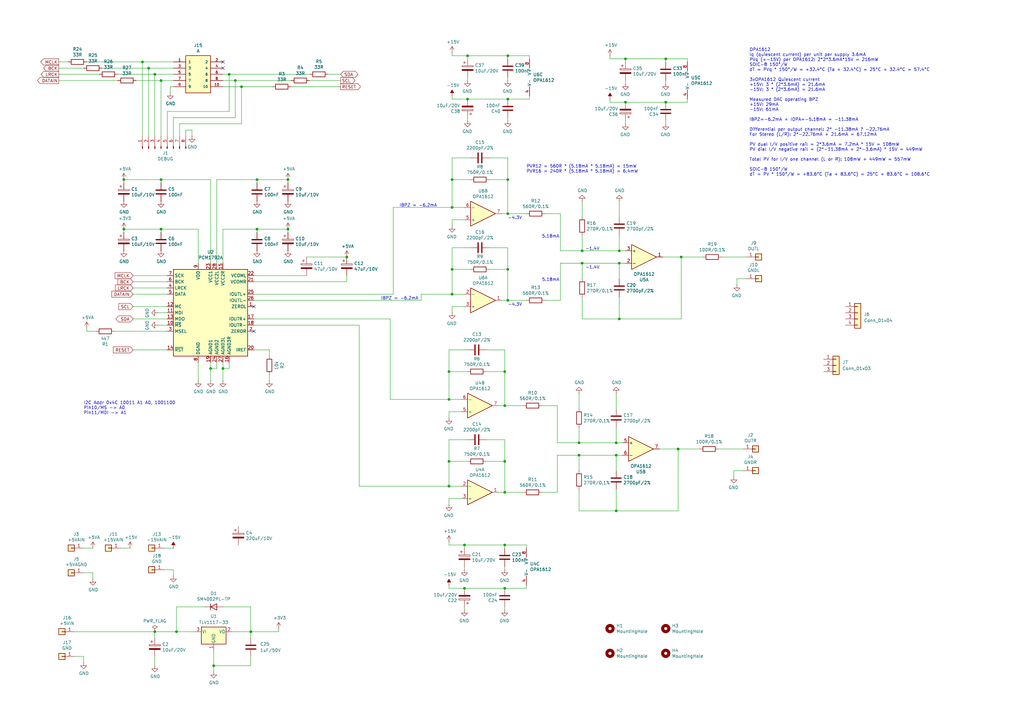
<source format=kicad_sch>
(kicad_sch (version 20231120) (generator "eeschema") (generator_version "8.0")
  (paper "A3")
  (title_block (title "DAC PCM1792A") (date "2024-03-25") (rev "V3"))
  (junction (at 93.98 30.48))
  (junction (at 86.36 151.13))
  (junction (at 252.73 181.61))
  (junction (at 185.42 73.66))
  (junction (at 99.06 35.56))
  (junction (at 273.05 24.13))
  (junction (at 256.54 41.91))
  (junction (at 185.42 110.49))
  (junction (at 208.28 123.19))
  (junction (at 91.44 151.13))
  (junction (at 208.28 40.64))
  (junction (at 190.5 223.52))
  (junction (at 273.05 41.91))
  (junction (at 208.28 87.63))
  (junction (at 278.13 184.15))
  (junction (at 191.77 40.64))
  (junction (at 252.73 186.69))
  (junction (at 60.96 27.94))
  (junction (at 191.77 22.86))
  (junction (at 102.87 259.08))
  (junction (at 66.04 33.02))
  (junction (at 208.28 73.66))
  (junction (at 184.15 189.23))
  (junction (at 184.15 152.4))
  (junction (at 254 107.95))
  (junction (at 207.01 201.93))
  (junction (at 190.5 241.3))
  (junction (at 254 130.81))
  (junction (at 50.8 93.98))
  (junction (at 105.41 93.98))
  (junction (at 96.52 33.02))
  (junction (at 185.42 85.09))
  (junction (at 252.73 209.55))
  (junction (at 118.11 93.98))
  (junction (at 254 102.87))
  (junction (at 184.15 163.83))
  (junction (at 87.63 273.05))
  (junction (at 237.49 186.69))
  (junction (at 118.11 73.66))
  (junction (at 237.49 181.61))
  (junction (at 207.01 189.23))
  (junction (at 63.5 30.48))
  (junction (at 184.15 199.39))
  (junction (at 63.5 259.08))
  (junction (at 207.01 241.3))
  (junction (at 72.39 259.08))
  (junction (at 238.76 107.95))
  (junction (at 66.04 73.66))
  (junction (at 142.24 105.41))
  (junction (at 256.54 24.13))
  (junction (at 58.42 25.4))
  (junction (at 207.01 223.52))
  (junction (at 208.28 110.49))
  (junction (at 238.76 102.87))
  (junction (at 279.4 105.41))
  (junction (at 185.42 120.65))
  (junction (at 50.8 73.66))
  (junction (at 208.28 22.86))
  (junction (at 105.41 73.66))
  (junction (at 207.01 166.37))
  (junction (at 66.04 93.98))
  (junction (at 207.01 152.4))
  (no_connect (at 104.14 135.89))
  (no_connect (at 91.44 25.4))
  (no_connect (at 104.14 125.73))
  (no_connect (at 91.44 27.94))
  (wire (pts (xy 91.44 156.21) (xy 91.44 151.13)))
  (wire (pts (xy 38.1 237.49) (xy 38.1 234.95)))
  (wire (pts (xy 184.15 152.4) (xy 191.77 152.4)))
  (wire (pts (xy 184.15 180.34) (xy 184.15 189.23)))
  (wire (pts (xy 71.12 236.22) (xy 71.12 233.68)))
  (wire (pts (xy 105.41 93.98) (xy 118.11 93.98)))
  (wire (pts (xy 93.98 45.72) (xy 93.98 30.48)))
  (wire (pts (xy 254 102.87) (xy 238.76 102.87)))
  (wire (pts (xy 252.73 209.55) (xy 252.73 200.66)))
  (wire (pts (xy 217.17 39.37) (xy 217.17 40.64)))
  (wire (pts (xy 217.17 40.64) (xy 208.28 40.64)))
  (wire (pts (xy 278.13 209.55) (xy 252.73 209.55)))
  (wire (pts (xy 91.44 33.02) (xy 96.52 33.02)))
  (wire (pts (xy 81.28 93.98) (xy 66.04 93.98)))
  (wire (pts (xy 208.28 101.6) (xy 200.66 101.6)))
  (wire (pts (xy 64.77 133.35) (xy 68.58 133.35)))
  (wire (pts (xy 281.94 41.91) (xy 273.05 41.91)))
  (wire (pts (xy 110.49 146.05) (xy 110.49 143.51)))
  (wire (pts (xy 184.15 199.39) (xy 189.23 199.39)))
  (wire (pts (xy 254 130.81) (xy 254 121.92)))
  (wire (pts (xy 35.56 135.89) (xy 35.56 134.62)))
  (wire (pts (xy 208.28 22.86) (xy 208.28 24.13)))
  (wire (pts (xy 78.74 55.88) (xy 78.74 53.34)))
  (wire (pts (xy 223.52 123.19) (xy 229.87 123.19)))
  (wire (pts (xy 63.5 261.62) (xy 63.5 259.08)))
  (wire (pts (xy 279.4 105.41) (xy 279.4 130.81)))
  (wire (pts (xy 71.12 35.56) (xy 69.85 35.56)))
  (wire (pts (xy 215.9 224.79) (xy 215.9 223.52)))
  (wire (pts (xy 184.15 163.83) (xy 184.15 152.4)))
  (wire (pts (xy 66.04 93.98) (xy 50.8 93.98)))
  (wire (pts (xy 214.63 166.37) (xy 207.01 166.37)))
  (wire (pts (xy 207.01 201.93) (xy 204.47 201.93)))
  (wire (pts (xy 139.7 35.56) (xy 119.38 35.56)))
  (wire (pts (xy 105.41 73.66) (xy 105.41 74.93)))
  (wire (pts (xy 54.61 143.51) (xy 68.58 143.51)))
  (wire (pts (xy 222.25 166.37) (xy 228.6 166.37)))
  (wire (pts (xy 102.87 259.08) (xy 114.3 259.08)))
  (wire (pts (xy 147.32 199.39) (xy 147.32 133.35)))
  (wire (pts (xy 184.15 204.47) (xy 184.15 207.01)))
  (wire (pts (xy 105.41 93.98) (xy 105.41 95.25)))
  (wire (pts (xy 256.54 24.13) (xy 250.19 24.13)))
  (wire (pts (xy 83.82 248.92) (xy 72.39 248.92)))
  (wire (pts (xy 104.14 115.57) (xy 142.24 115.57)))
  (wire (pts (xy 54.61 118.11) (xy 68.58 118.11)))
  (wire (pts (xy 254 96.52) (xy 254 102.87)))
  (wire (pts (xy 302.26 116.84) (xy 302.26 114.3)))
  (wire (pts (xy 60.96 27.94) (xy 71.12 27.94)))
  (wire (pts (xy 104.14 123.19) (xy 172.72 123.19)))
  (wire (pts (xy 252.73 175.26) (xy 252.73 181.61)))
  (wire (pts (xy 110.49 143.51) (xy 104.14 143.51)))
  (wire (pts (xy 214.63 201.93) (xy 207.01 201.93)))
  (wire (pts (xy 66.04 33.02) (xy 71.12 33.02)))
  (wire (pts (xy 229.87 87.63) (xy 229.87 102.87)))
  (wire (pts (xy 88.9 73.66) (xy 105.41 73.66)))
  (wire (pts (xy 185.42 110.49) (xy 185.42 120.65)))
  (wire (pts (xy 71.12 48.26) (xy 96.52 48.26)))
  (wire (pts (xy 207.01 250.19) (xy 207.01 248.92)))
  (wire (pts (xy 208.28 22.86) (xy 191.77 22.86)))
  (wire (pts (xy 55.88 33.02) (xy 66.04 33.02)))
  (wire (pts (xy 256.54 24.13) (xy 256.54 25.4)))
  (wire (pts (xy 185.42 120.65) (xy 190.5 120.65)))
  (wire (pts (xy 72.39 259.08) (xy 80.01 259.08)))
  (wire (pts (xy 72.39 248.92) (xy 72.39 259.08)))
  (wire (pts (xy 24.13 33.02) (xy 48.26 33.02)))
  (wire (pts (xy 41.91 27.94) (xy 60.96 27.94)))
  (wire (pts (xy 38.1 224.79) (xy 34.29 224.79)))
  (wire (pts (xy 60.96 55.88) (xy 60.96 27.94)))
  (wire (pts (xy 35.56 25.4) (xy 58.42 25.4)))
  (wire (pts (xy 207.01 189.23) (xy 207.01 180.34)))
  (wire (pts (xy 184.15 223.52) (xy 184.15 222.25)))
  (wire (pts (xy 190.5 90.17) (xy 185.42 90.17)))
  (wire (pts (xy 184.15 143.51) (xy 184.15 152.4)))
  (wire (pts (xy 184.15 168.91) (xy 184.15 171.45)))
  (wire (pts (xy 73.66 55.88) (xy 73.66 50.8)))
  (wire (pts (xy 190.5 233.68) (xy 190.5 232.41)))
  (wire (pts (xy 102.87 259.08) (xy 102.87 248.92)))
  (wire (pts (xy 273.05 24.13) (xy 273.05 25.4)))
  (wire (pts (xy 207.01 143.51) (xy 199.39 143.51)))
  (wire (pts (xy 207.01 189.23) (xy 207.01 201.93)))
  (wire (pts (xy 229.87 123.19) (xy 229.87 107.95)))
  (wire (pts (xy 191.77 189.23) (xy 184.15 189.23)))
  (wire (pts (xy 191.77 143.51) (xy 184.15 143.51)))
  (wire (pts (xy 228.6 166.37) (xy 228.6 181.61)))
  (wire (pts (xy 110.49 156.21) (xy 110.49 153.67)))
  (wire (pts (xy 76.2 53.34) (xy 76.2 55.88)))
  (wire (pts (xy 281.94 25.4) (xy 281.94 24.13)))
  (wire (pts (xy 86.36 156.21) (xy 86.36 151.13)))
  (wire (pts (xy 189.23 168.91) (xy 184.15 168.91)))
  (wire (pts (xy 87.63 266.7) (xy 87.63 273.05)))
  (wire (pts (xy 215.9 240.03) (xy 215.9 241.3)))
  (wire (pts (xy 27.94 25.4) (xy 24.13 25.4)))
  (wire (pts (xy 193.04 110.49) (xy 185.42 110.49)))
  (wire (pts (xy 24.13 30.48) (xy 40.64 30.48)))
  (wire (pts (xy 185.42 125.73) (xy 185.42 128.27)))
  (wire (pts (xy 229.87 107.95) (xy 238.76 107.95)))
  (wire (pts (xy 118.11 73.66) (xy 118.11 74.93)))
  (wire (pts (xy 273.05 50.8) (xy 273.05 49.53)))
  (wire (pts (xy 125.73 105.41) (xy 142.24 105.41)))
  (wire (pts (xy 237.49 186.69) (xy 237.49 193.04)))
  (wire (pts (xy 208.28 40.64) (xy 191.77 40.64)))
  (wire (pts (xy 193.04 64.77) (xy 185.42 64.77)))
  (wire (pts (xy 160.02 163.83) (xy 184.15 163.83)))
  (wire (pts (xy 237.49 209.55) (xy 252.73 209.55)))
  (wire (pts (xy 190.5 223.52) (xy 190.5 224.79)))
  (wire (pts (xy 191.77 49.53) (xy 191.77 48.26)))
  (wire (pts (xy 238.76 102.87) (xy 238.76 96.52)))
  (wire (pts (xy 118.11 93.98) (xy 118.11 95.25)))
  (wire (pts (xy 63.5 55.88) (xy 63.5 30.48)))
  (wire (pts (xy 190.5 85.09) (xy 185.42 85.09)))
  (wire (pts (xy 88.9 151.13) (xy 88.9 148.59)))
  (wire (pts (xy 142.24 115.57) (xy 142.24 113.03)))
  (wire (pts (xy 91.44 35.56) (xy 99.06 35.56)))
  (wire (pts (xy 252.73 167.64) (xy 252.73 161.29)))
  (wire (pts (xy 252.73 181.61) (xy 237.49 181.61)))
  (wire (pts (xy 208.28 64.77) (xy 200.66 64.77)))
  (wire (pts (xy 147.32 133.35) (xy 104.14 133.35)))
  (wire (pts (xy 254 88.9) (xy 254 82.55)))
  (wire (pts (xy 200.66 110.49) (xy 208.28 110.49)))
  (wire (pts (xy 81.28 107.95) (xy 81.28 93.98)))
  (wire (pts (xy 172.72 123.19) (xy 172.72 120.65)))
  (wire (pts (xy 190.5 125.73) (xy 185.42 125.73)))
  (wire (pts (xy 254 107.95) (xy 256.54 107.95)))
  (wire (pts (xy 217.17 24.13) (xy 217.17 22.86)))
  (wire (pts (xy 273.05 24.13) (xy 256.54 24.13)))
  (wire (pts (xy 270.51 184.15) (xy 278.13 184.15)))
  (wire (pts (xy 207.01 233.68) (xy 207.01 232.41)))
  (wire (pts (xy 34.29 271.78) (xy 34.29 269.24)))
  (wire (pts (xy 189.23 204.47) (xy 184.15 204.47)))
  (wire (pts (xy 191.77 33.02) (xy 191.77 31.75)))
  (wire (pts (xy 207.01 166.37) (xy 204.47 166.37)))
  (wire (pts (xy 193.04 101.6) (xy 185.42 101.6)))
  (wire (pts (xy 46.99 135.89) (xy 68.58 135.89)))
  (wire (pts (xy 102.87 248.92) (xy 91.44 248.92)))
  (wire (pts (xy 208.28 73.66) (xy 208.28 64.77)))
  (wire (pts (xy 207.01 241.3) (xy 190.5 241.3)))
  (wire (pts (xy 191.77 22.86) (xy 191.77 24.13)))
  (wire (pts (xy 228.6 201.93) (xy 228.6 186.69)))
  (wire (pts (xy 279.4 105.41) (xy 288.29 105.41)))
  (wire (pts (xy 238.76 121.92) (xy 238.76 130.81)))
  (wire (pts (xy 199.39 189.23) (xy 207.01 189.23)))
  (wire (pts (xy 199.39 152.4) (xy 207.01 152.4)))
  (wire (pts (xy 114.3 259.08) (xy 114.3 257.81)))
  (wire (pts (xy 191.77 22.86) (xy 185.42 22.86)))
  (wire (pts (xy 254 114.3) (xy 254 107.95)))
  (wire (pts (xy 238.76 88.9) (xy 238.76 82.55)))
  (wire (pts (xy 185.42 85.09) (xy 185.42 73.66)))
  (wire (pts (xy 208.28 110.49) (xy 208.28 101.6)))
  (wire (pts (xy 215.9 223.52) (xy 207.01 223.52)))
  (wire (pts (xy 190.5 223.52) (xy 184.15 223.52)))
  (wire (pts (xy 87.63 275.59) (xy 87.63 273.05)))
  (wire (pts (xy 238.76 107.95) (xy 254 107.95)))
  (wire (pts (xy 185.42 73.66) (xy 193.04 73.66)))
  (wire (pts (xy 68.58 45.72) (xy 68.58 55.88)))
  (wire (pts (xy 278.13 184.15) (xy 287.02 184.15)))
  (wire (pts (xy 281.94 40.64) (xy 281.94 41.91)))
  (wire (pts (xy 139.7 33.02) (xy 127 33.02)))
  (wire (pts (xy 295.91 105.41) (xy 306.07 105.41)))
  (wire (pts (xy 99.06 50.8) (xy 99.06 35.56)))
  (wire (pts (xy 87.63 273.05) (xy 102.87 273.05)))
  (wire (pts (xy 54.61 113.03) (xy 68.58 113.03)))
  (wire (pts (xy 96.52 33.02) (xy 119.38 33.02)))
  (wire (pts (xy 207.01 223.52) (xy 207.01 224.79)))
  (wire (pts (xy 93.98 151.13) (xy 93.98 148.59)))
  (wire (pts (xy 66.04 73.66) (xy 86.36 73.66)))
  (wire (pts (xy 50.8 93.98) (xy 50.8 95.25)))
  (wire (pts (xy 102.87 273.05) (xy 102.87 269.24)))
  (wire (pts (xy 54.61 125.73) (xy 68.58 125.73)))
  (wire (pts (xy 161.29 85.09) (xy 185.42 85.09)))
  (wire (pts (xy 200.66 73.66) (xy 208.28 73.66)))
  (wire (pts (xy 96.52 48.26) (xy 96.52 33.02)))
  (wire (pts (xy 184.15 241.3) (xy 184.15 240.03)))
  (wire (pts (xy 237.49 181.61) (xy 237.49 175.26)))
  (wire (pts (xy 208.28 123.19) (xy 205.74 123.19)))
  (wire (pts (xy 86.36 151.13) (xy 88.9 151.13)))
  (wire (pts (xy 91.44 107.95) (xy 91.44 93.98)))
  (wire (pts (xy 256.54 34.29) (xy 256.54 33.02)))
  (wire (pts (xy 69.85 35.56) (xy 69.85 38.1)))
  (wire (pts (xy 185.42 40.64) (xy 185.42 39.37)))
  (wire (pts (xy 273.05 34.29) (xy 273.05 33.02)))
  (wire (pts (xy 86.36 107.95) (xy 86.36 73.66)))
  (wire (pts (xy 54.61 115.57) (xy 68.58 115.57)))
  (wire (pts (xy 91.44 93.98) (xy 105.41 93.98)))
  (wire (pts (xy 191.77 180.34) (xy 184.15 180.34)))
  (wire (pts (xy 215.9 87.63) (xy 208.28 87.63)))
  (wire (pts (xy 95.25 259.08) (xy 102.87 259.08)))
  (wire (pts (xy 64.77 128.27) (xy 68.58 128.27)))
  (wire (pts (xy 58.42 55.88) (xy 58.42 25.4)))
  (wire (pts (xy 190.5 250.19) (xy 190.5 248.92)))
  (wire (pts (xy 48.26 30.48) (xy 63.5 30.48)))
  (wire (pts (xy 104.14 130.81) (xy 160.02 130.81)))
  (wire (pts (xy 208.28 87.63) (xy 205.74 87.63)))
  (wire (pts (xy 252.73 193.04) (xy 252.73 186.69)))
  (wire (pts (xy 185.42 101.6) (xy 185.42 110.49)))
  (wire (pts (xy 185.42 22.86) (xy 185.42 21.59)))
  (wire (pts (xy 184.15 199.39) (xy 147.32 199.39)))
  (wire (pts (xy 53.34 224.79) (xy 49.53 224.79)))
  (wire (pts (xy 208.28 73.66) (xy 208.28 87.63)))
  (wire (pts (xy 208.28 110.49) (xy 208.28 123.19)))
  (wire (pts (xy 68.58 130.81) (xy 54.61 130.81)))
  (wire (pts (xy 237.49 186.69) (xy 252.73 186.69)))
  (wire (pts (xy 252.73 186.69) (xy 255.27 186.69)))
  (wire (pts (xy 256.54 50.8) (xy 256.54 49.53)))
  (wire (pts (xy 215.9 241.3) (xy 207.01 241.3)))
  (wire (pts (xy 238.76 107.95) (xy 238.76 114.3)))
  (wire (pts (xy 278.13 184.15) (xy 278.13 209.55)))
  (wire (pts (xy 88.9 107.95) (xy 88.9 73.66)))
  (wire (pts (xy 63.5 273.05) (xy 63.5 269.24)))
  (wire (pts (xy 190.5 241.3) (xy 184.15 241.3)))
  (wire (pts (xy 191.77 40.64) (xy 185.42 40.64)))
  (wire (pts (xy 273.05 41.91) (xy 256.54 41.91)))
  (wire (pts (xy 30.48 259.08) (xy 63.5 259.08)))
  (wire (pts (xy 91.44 151.13) (xy 93.98 151.13)))
  (wire (pts (xy 215.9 123.19) (xy 208.28 123.19)))
  (wire (pts (xy 185.42 90.17) (xy 185.42 92.71)))
  (wire (pts (xy 250.19 24.13) (xy 250.19 22.86)))
  (wire (pts (xy 229.87 102.87) (xy 238.76 102.87)))
  (wire (pts (xy 139.7 30.48) (xy 134.62 30.48)))
  (wire (pts (xy 161.29 120.65) (xy 161.29 85.09)))
  (wire (pts (xy 184.15 189.23) (xy 184.15 199.39)))
  (wire (pts (xy 99.06 35.56) (xy 111.76 35.56)))
  (wire (pts (xy 160.02 130.81) (xy 160.02 163.83)))
  (wire (pts (xy 250.19 41.91) (xy 250.19 40.64)))
  (wire (pts (xy 39.37 135.89) (xy 35.56 135.89)))
  (wire (pts (xy 63.5 30.48) (xy 71.12 30.48)))
  (wire (pts (xy 207.01 152.4) (xy 207.01 143.51)))
  (wire (pts (xy 104.14 120.65) (xy 161.29 120.65)))
  (wire (pts (xy 78.74 53.34) (xy 76.2 53.34)))
  (wire (pts (xy 66.04 55.88) (xy 66.04 33.02)))
  (wire (pts (xy 256.54 102.87) (xy 254 102.87)))
  (wire (pts (xy 281.94 24.13) (xy 273.05 24.13)))
  (wire (pts (xy 294.64 184.15) (xy 304.8 184.15)))
  (wire (pts (xy 237.49 167.64) (xy 237.49 161.29)))
  (wire (pts (xy 102.87 261.62) (xy 102.87 259.08)))
  (wire (pts (xy 81.28 156.21) (xy 81.28 148.59)))
  (wire (pts (xy 68.58 45.72) (xy 93.98 45.72)))
  (wire (pts (xy 54.61 120.65) (xy 68.58 120.65)))
  (wire (pts (xy 71.12 233.68) (xy 67.31 233.68)))
  (wire (pts (xy 255.27 181.61) (xy 252.73 181.61)))
  (wire (pts (xy 34.29 269.24) (xy 30.48 269.24)))
  (wire (pts (xy 207.01 152.4) (xy 207.01 166.37)))
  (wire (pts (xy 238.76 130.81) (xy 254 130.81)))
  (wire (pts (xy 300.99 195.58) (xy 300.99 193.04)))
  (wire (pts (xy 172.72 120.65) (xy 185.42 120.65)))
  (wire (pts (xy 71.12 224.79) (xy 67.31 224.79)))
  (wire (pts (xy 271.78 105.41) (xy 279.4 105.41)))
  (wire (pts (xy 86.36 151.13) (xy 86.36 148.59)))
  (wire (pts (xy 222.25 201.93) (xy 228.6 201.93)))
  (wire (pts (xy 207.01 180.34) (xy 199.39 180.34)))
  (wire (pts (xy 63.5 259.08) (xy 72.39 259.08)))
  (wire (pts (xy 73.66 50.8) (xy 99.06 50.8)))
  (wire (pts (xy 189.23 163.83) (xy 184.15 163.83)))
  (wire (pts (xy 228.6 181.61) (xy 237.49 181.61)))
  (wire (pts (xy 71.12 48.26) (xy 71.12 55.88)))
  (wire (pts (xy 38.1 234.95) (xy 34.29 234.95)))
  (wire (pts (xy 208.28 33.02) (xy 208.28 31.75)))
  (wire (pts (xy 223.52 87.63) (xy 229.87 87.63)))
  (wire (pts (xy 91.44 151.13) (xy 91.44 148.59)))
  (wire (pts (xy 125.73 113.03) (xy 104.14 113.03)))
  (wire (pts (xy 237.49 200.66) (xy 237.49 209.55)))
  (wire (pts (xy 91.44 30.48) (xy 93.98 30.48)))
  (wire (pts (xy 24.13 27.94) (xy 34.29 27.94)))
  (wire (pts (xy 228.6 186.69) (xy 237.49 186.69)))
  (wire (pts (xy 279.4 130.81) (xy 254 130.81)))
  (wire (pts (xy 58.42 25.4) (xy 71.12 25.4)))
  (wire (pts (xy 256.54 41.91) (xy 250.19 41.91)))
  (wire (pts (xy 50.8 73.66) (xy 50.8 74.93)))
  (wire (pts (xy 217.17 22.86) (xy 208.28 22.86)))
  (wire (pts (xy 93.98 30.48) (xy 127 30.48)))
  (wire (pts (xy 66.04 95.25) (xy 66.04 93.98)))
  (wire (pts (xy 207.01 223.52) (xy 190.5 223.52)))
  (wire (pts (xy 66.04 73.66) (xy 50.8 73.66)))
  (wire (pts (xy 185.42 64.77) (xy 185.42 73.66)))
  (wire (pts (xy 300.99 193.04) (xy 304.8 193.04)))
  (wire (pts (xy 208.28 49.53) (xy 208.28 48.26)))
  (wire (pts (xy 105.41 73.66) (xy 118.11 73.66)))
  (wire (pts (xy 66.04 74.93) (xy 66.04 73.66)))
  (wire (pts (xy 302.26 114.3) (xy 306.07 114.3)))
  (text "PVR12 = 560R * (5.18mA * 5.18mA) = 15mW\nPVR16 = 240R * (5.18mA * 5.18mA) = 6.4mW\n" (at 215.9 71.12 0) (effects (font (size 1.27 1.27)) (justify left bottom)))
  (text "-4.3V" (at 208.28 125.73 0) (effects (font (size 1.27 1.27)) (justify left bottom)))
  (text "-1.4V" (at 240.03 102.87 0) (effects (font (size 1.27 1.27)) (justify left bottom)))
  (text "-1.4V" (at 240.03 110.49 0) (effects (font (size 1.27 1.27)) (justify left bottom)))
  (text "-4.3V" (at 208.28 90.17 0) (effects (font (size 1.27 1.27)) (justify left bottom)))
  (text "5.18mA" (at 222.25 115.57 0) (effects (font (size 1.27 1.27)) (justify left bottom)))
  (text "IBPZ = -6.2mA" (at 156.21 123.19 0) (effects (font (size 1.27 1.27)) (justify left bottom)))
  (text "OPA1612\nIq (quiescent current) per unit per supply 3.6mA\nPVq (+-15V) per OPA1612: 2*2*3.6mA*15V = 216mW\nSOIC-8 150°/W\ndT = PVq * 150°/W = +32.4°C (Ta + 32.4°C) = 25°C + 32.4°C = 57.4°C\n\n3xOPA1612 Quiescent current\n+15V: 3 * (2*3.6mA) = 21.6mA\n-15V: 3 * (2*3.6mA) = 21.6mA\n\nMeasured DAC operating BPZ\n+15V: 29mA\n-15V: 61mA\n\nIBPZ=-6.2mA + IOPA=-5.18mA = -11.38mA\n\nDifferential per output channel: 2* -11.38mA ? -22.76mA\nFor Stereo (L/R): 2*-22.76mA + 21.6mA = 67.12mA\n\nPV dual I/V positive rail = 2*3.6mA = 7.2mA * 15V = 108mW\nPV dial I/V negative rail = (2*-11.38mA + 2*-3.6mA) * 15V = 449mW\n\nTotal PV for I/V one channel (L or R): 108mW + 449mW = 557mW\n\nSOIC-8 150°/W\ndT = PV * 150°/W = +83.6°C (Ta + 83.6°C) = 25°C + 83.6°C = 108.6°C" (at 307.34 72.39 0) (effects (font (size 1.27 1.27)) (justify left bottom)))
  (text "5.18mA" (at 222.25 97.79 0) (effects (font (size 1.27 1.27)) (justify left bottom)))
  (text "I2C Addr 0x4C 10011 A1 A0, 1001100\nPin10/MS -> A0\nPin11/MDI -> A1" (at 34.29 170.18 0) (effects (font (size 1.27 1.27)) (justify left bottom)))
  (text "IBPZ = -6.2mA" (at 163.83 85.09 0) (effects (font (size 1.27 1.27)) (justify left bottom)))
  (global_label "DATAIN" (shape input) (at 54.61 120.65 180) (property "Intersheetrefs" "${INTERSHEET_REFS}" (effects (hide yes))))
  (global_label "LRCK" (shape input) (at 54.61 118.11 180) (property "Intersheetrefs" "${INTERSHEET_REFS}" (effects (hide yes))))
  (global_label "RESET" (shape output) (at 139.7 35.56 0) (property "Intersheetrefs" "${INTERSHEET_REFS}" (effects (hide yes))))
  (global_label "DATAIN" (shape output) (at 24.13 33.02 180) (property "Intersheetrefs" "${INTERSHEET_REFS}" (effects (hide yes))))
  (global_label "SCL" (shape output) (at 139.7 33.02 0) (property "Intersheetrefs" "${INTERSHEET_REFS}" (effects (hide yes))))
  (global_label "LRCK" (shape output) (at 24.13 30.48 180) (property "Intersheetrefs" "${INTERSHEET_REFS}" (effects (hide yes))))
  (global_label "BCK" (shape output) (at 24.13 27.94 180) (property "Intersheetrefs" "${INTERSHEET_REFS}" (effects (hide yes))))
  (global_label "SDA" (shape bidirectional) (at 139.7 30.48 0) (property "Intersheetrefs" "${INTERSHEET_REFS}" (effects (hide yes))))
  (global_label "MCLK" (shape input) (at 54.61 113.03 180) (property "Intersheetrefs" "${INTERSHEET_REFS}" (effects (hide yes))))
  (global_label "BCK" (shape input) (at 54.61 115.57 180) (property "Intersheetrefs" "${INTERSHEET_REFS}" (effects (hide yes))))
  (global_label "MCLK" (shape output) (at 24.13 25.4 180) (property "Intersheetrefs" "${INTERSHEET_REFS}" (effects (hide yes))))
  (global_label "SCL" (shape input) (at 54.61 125.73 180) (property "Intersheetrefs" "${INTERSHEET_REFS}" (effects (hide yes))))
  (global_label "SDA" (shape bidirectional) (at 54.61 130.81 180) (property "Intersheetrefs" "${INTERSHEET_REFS}" (effects (hide yes))))
  (global_label "RESET" (shape input) (at 54.61 143.51 180) (property "Intersheetrefs" "${INTERSHEET_REFS}" (effects (hide yes))))
  (symbol (lib_id "Mechanical:MountingHole") (at 250.19 257.81 0) (unit 1)
    (property "Reference" "H1" (at 252.73 256.6416 0) (effects (justify left)))
    (property "Value" "MountingHole" (at 252.73 258.953 0) (effects (justify left)))
    (property "Footprint" "MountingHole:MountingHole_3.2mm_M3" (effects (hide yes)))
  )
  (symbol (lib_id "Mechanical:MountingHole") (at 273.05 257.81 0) (unit 1)
    (property "Reference" "H3" (at 275.59 256.6416 0) (effects (justify left)))
    (property "Value" "MountingHole" (at 275.59 258.953 0) (effects (justify left)))
    (property "Footprint" "MountingHole:MountingHole_3.2mm_M3" (effects (hide yes)))
  )
  (symbol (lib_id "Mechanical:MountingHole") (at 250.19 267.97 0) (unit 1)
    (property "Reference" "H2" (at 252.73 266.8016 0) (effects (justify left)))
    (property "Value" "MountingHole" (at 252.73 269.113 0) (effects (justify left)))
    (property "Footprint" "MountingHole:MountingHole_3.2mm_M3" (effects (hide yes)))
  )
  (symbol (lib_id "Mechanical:MountingHole") (at 273.05 267.97 0) (unit 1)
    (property "Reference" "H4" (at 275.59 266.8016 0) (effects (justify left)))
    (property "Value" "MountingHole" (at 275.59 269.113 0) (effects (justify left)))
    (property "Footprint" "MountingHole:MountingHole_3.2mm_M3" (effects (hide yes)))
  )
  (symbol (lib_id "power:PWR_FLAG") (at 63.5 259.08 0) (unit 1)
    (property "Reference" "#FLG0102" (effects (hide yes)))
    (property "Value" "PWR_FLAG" (at 63.5 254.6858 0))
    (property "Description" "Special symbol for telling ERC where power comes from" (effects (hide yes)))
  )
  (symbol (lib_id "power:GND") (at 87.63 275.59 0) (unit 1)
    (property "Reference" "#PWR0102" (effects (hide yes)))
    (property "Value" "GND" (at 87.757 279.9842 0))
    (property "Description" "Power symbol creates a global label with name \"GND\" , ground" (effects (hide yes)))
  )
  (symbol (lib_id "Device:C_Polarized") (at 256.54 29.21 0) (unit 1)
    (property "Reference" "C35" (at 259.5372 28.0416 0) (effects (justify left)))
    (property "Value" "10uF/20V" (at 259.5372 30.353 0) (effects (justify left)))
    (property "Footprint" "Capacitor_Tantalum_SMD:CP_EIA-3528-21_Kemet-B_Pad1.50x2.35mm_HandSolder" (effects (hide yes)))
    (property "Description" "Polarized capacitor" (effects (hide yes)))
  )
  (symbol (lib_id "Device:C_Polarized") (at 256.54 45.72 180) (unit 1)
    (property "Reference" "C36" (at 253.5428 46.8884 0) (effects (justify left)))
    (property "Value" "10uF/20V" (at 253.5428 44.577 0) (effects (justify left)))
    (property "Footprint" "Capacitor_Tantalum_SMD:CP_EIA-3528-21_Kemet-B_Pad1.50x2.35mm_HandSolder" (effects (hide yes)))
    (property "Description" "Polarized capacitor" (effects (hide yes)))
  )
  (symbol (lib_id "Device:C") (at 273.05 29.21 0) (unit 1)
    (property "Reference" "C33" (at 275.971 28.0416 0) (effects (justify left)))
    (property "Value" "100nF" (at 275.971 30.353 0) (effects (justify left)))
    (property "Footprint" "Capacitor_SMD:C_0603_1608Metric_Pad1.08x0.95mm_HandSolder" (effects (hide yes)))
  )
  (symbol (lib_id "Device:C") (at 273.05 45.72 180) (unit 1)
    (property "Reference" "C34" (at 270.129 46.8884 0) (effects (justify left)))
    (property "Value" "100nF" (at 270.129 44.577 0) (effects (justify left)))
    (property "Footprint" "Capacitor_SMD:C_0603_1608Metric_Pad1.08x0.95mm_HandSolder" (effects (hide yes)))
  )
  (symbol (lib_id "Amplifier_Operational:OPA1678") (at 284.48 33.02 0) (unit 3)
    (property "Reference" "U5" (at 283.4132 31.8516 0) (effects (justify left)))
    (property "Value" "OPA1612" (at 283.4132 34.163 0) (effects (justify left)))
    (property "Footprint" "Package_SO:SOIC-8_3.9x4.9mm_P1.27mm" (effects (hide yes)))
    (property "Datasheet" "http://www.ti.com/lit/ds/symlink/opa1678.pdf" (effects (hide yes)))
  )
  (symbol (lib_id "power:+3.3V") (at 114.3 257.81 0) (unit 1)
    (property "Reference" "#PWR0105" (effects (hide yes)))
    (property "Value" "+3V3" (at 114.681 253.4158 0))
    (property "Description" "Power symbol creates a global label with name \"+3.3V\"" (effects (hide yes)))
  )
  (symbol (lib_id "power:GND") (at 63.5 273.05 0) (unit 1)
    (property "Reference" "#PWR0101" (effects (hide yes)))
    (property "Value" "GND" (at 63.627 277.4442 0))
    (property "Description" "Power symbol creates a global label with name \"GND\" , ground" (effects (hide yes)))
  )
  (symbol (lib_id "Connector_Generic:Conn_01x01") (at 29.21 224.79 180) (unit 1)
    (property "Reference" "J3" (at 31.2928 219.075 0))
    (property "Value" "+5VAIN" (at 31.2928 221.3864 0))
    (property "Footprint" "Connector_Pin:Pin_D1.0mm_L10.0mm" (effects (hide yes)))
  )
  (symbol (lib_id "power:+5VA") (at 38.1 224.79 0) (unit 1)
    (property "Reference" "#PWR0137" (effects (hide yes)))
    (property "Value" "+5VA" (at 38.481 220.3958 0))
    (property "Description" "Power symbol creates a global label with name \"+5VA\"" (effects (hide yes)))
  )
  (symbol (lib_id "Connector_Generic:Conn_01x01") (at 44.45 224.79 180) (unit 1)
    (property "Reference" "J11" (at 46.5328 219.075 0))
    (property "Value" "+15VAIN" (at 46.5328 221.3864 0))
    (property "Footprint" "Connector_Pin:Pin_D1.0mm_L10.0mm" (effects (hide yes)))
  )
  (symbol (lib_id "Connector_Generic:Conn_01x01") (at 62.23 224.79 180) (unit 1)
    (property "Reference" "J13" (at 64.3128 219.075 0))
    (property "Value" "-15VAIN" (at 64.3128 221.3864 0))
    (property "Footprint" "Connector_Pin:Pin_D1.0mm_L10.0mm" (effects (hide yes)))
  )
  (symbol (lib_id "Connector_Generic:Conn_01x01") (at 62.23 233.68 180) (unit 1)
    (property "Reference" "J18" (at 64.3128 227.965 0))
    (property "Value" "GND" (at 64.3128 230.2764 0))
    (property "Footprint" "Connector_Pin:Pin_D1.0mm_L10.0mm" (effects (hide yes)))
  )
  (symbol (lib_id "power:GND") (at 71.12 236.22 0) (unit 1)
    (property "Reference" "#PWR0139" (effects (hide yes)))
    (property "Value" "GND" (at 71.247 240.6142 0))
    (property "Description" "Power symbol creates a global label with name \"GND\" , ground" (effects (hide yes)))
  )
  (symbol (lib_id "power:+15V") (at 53.34 224.79 0) (unit 1)
    (property "Reference" "#PWR0140" (effects (hide yes)))
    (property "Value" "+15V" (at 53.721 220.3958 0))
    (property "Description" "Power symbol creates a global label with name \"+15V\"" (effects (hide yes)))
  )
  (symbol (lib_id "power:-15V") (at 71.12 224.79 0) (unit 1)
    (property "Reference" "#PWR0141" (effects (hide yes)))
    (property "Value" "-15V" (at 71.501 220.3958 0))
    (property "Description" "Power symbol creates a global label with name \"-15V\"" (effects (hide yes)))
  )
  (symbol (lib_id "Connector_Generic:Conn_01x01") (at 311.15 105.41 0) (mirror x) (unit 1)
    (property "Reference" "J9" (at 309.0672 99.695 0))
    (property "Value" "OUTL" (at 309.0672 102.0064 0))
    (property "Footprint" "Connector_Pin:Pin_D1.0mm_L10.0mm" (effects (hide yes)))
  )
  (symbol (lib_id "Connector_Generic:Conn_01x01") (at 311.15 114.3 0) (mirror x) (unit 1)
    (property "Reference" "J10" (at 309.0672 108.585 0))
    (property "Value" "GNDL" (at 309.0672 110.8964 0))
    (property "Footprint" "Connector_Pin:Pin_D1.0mm_L10.0mm" (effects (hide yes)))
  )
  (symbol (lib_id "power:GND") (at 302.26 116.84 0) (mirror y) (unit 1)
    (property "Reference" "#PWR0143" (effects (hide yes)))
    (property "Value" "GND" (at 302.133 121.2342 0))
    (property "Description" "Power symbol creates a global label with name \"GND\" , ground" (effects (hide yes)))
  )
  (symbol (lib_id "Audio:PCM1792A") (at 86.36 128.27 0) (unit 1)
    (property "Reference" "U2" (at 86.36 103.3526 0))
    (property "Value" "PCM1792A" (at 86.36 105.664 0))
    (property "Footprint" "Package_SO:SSOP-28_5.3x10.2mm_P0.65mm" (effects (hide yes)))
    (property "Datasheet" "http://www.ti.com/lit/ds/symlink/pcm1792a.pdf" (effects (hide yes)))
  )
  (symbol (lib_id "Connector:Conn_01x08_Pin") (at 66.04 60.96 90) (unit 1)
    (property "Reference" "J1" (at 67.8688 62.8142 90))
    (property "Value" "DEBUG" (at 67.8688 65.1256 90))
    (property "Footprint" "Connector_PinHeader_2.54mm:PinHeader_1x08_P2.54mm_Vertical" (effects (hide yes)))
    (property "Description" "Generic connector, single row, 01x08, script generated" (effects (hide yes)))
  )
  (symbol (lib_id "power:GND") (at 78.74 55.88 0) (unit 1)
    (property "Reference" "#PWR010" (effects (hide yes)))
    (property "Value" "GND" (at 78.867 60.2742 0))
    (property "Description" "Power symbol creates a global label with name \"GND\" , ground" (effects (hide yes)))
  )
  (symbol (lib_id "Device:C") (at 66.04 99.06 0) (unit 1)
    (property "Reference" "C6" (at 68.961 97.8916 0) (effects (justify left)))
    (property "Value" "100nF" (at 68.961 100.203 0) (effects (justify left)))
    (property "Footprint" "Capacitor_SMD:C_0603_1608Metric_Pad1.08x0.95mm_HandSolder" (effects (hide yes)))
  )
  (symbol (lib_id "Device:C_Polarized") (at 50.8 99.06 0) (unit 1)
    (property "Reference" "C3" (at 53.7972 97.8916 0) (effects (justify left)))
    (property "Value" "10uF/10V" (at 53.7972 100.203 0) (effects (justify left)))
    (property "Footprint" "Capacitor_Tantalum_SMD:CP_EIA-3216-18_Kemet-A_Pad1.58x1.35mm_HandSolder" (effects (hide yes)))
    (property "Description" "Polarized capacitor" (effects (hide yes)))
  )
  (symbol (lib_id "power:GND") (at 50.8 102.87 0) (unit 1)
    (property "Reference" "#PWR05" (effects (hide yes)))
    (property "Value" "GND" (at 50.927 107.2642 0))
    (property "Description" "Power symbol creates a global label with name \"GND\" , ground" (effects (hide yes)))
  )
  (symbol (lib_id "power:GND") (at 66.04 102.87 0) (unit 1)
    (property "Reference" "#PWR09" (effects (hide yes)))
    (property "Value" "GND" (at 66.167 107.2642 0))
    (property "Description" "Power symbol creates a global label with name \"GND\" , ground" (effects (hide yes)))
  )
  (symbol (lib_id "power:+3.3V") (at 50.8 93.98 0) (unit 1)
    (property "Reference" "#PWR04" (effects (hide yes)))
    (property "Value" "+3V3" (at 51.181 89.5858 0))
    (property "Description" "Power symbol creates a global label with name \"+3.3V\"" (effects (hide yes)))
  )
  (symbol (lib_id "Device:C") (at 66.04 78.74 0) (unit 1)
    (property "Reference" "C5" (at 68.961 77.5716 0) (effects (justify left)))
    (property "Value" "100nF" (at 68.961 79.883 0) (effects (justify left)))
    (property "Footprint" "Capacitor_SMD:C_0603_1608Metric_Pad1.08x0.95mm_HandSolder" (effects (hide yes)))
  )
  (symbol (lib_id "Device:C_Polarized") (at 50.8 78.74 0) (unit 1)
    (property "Reference" "C1" (at 53.7972 77.5716 0) (effects (justify left)))
    (property "Value" "10uF/10V" (at 53.7972 79.883 0) (effects (justify left)))
    (property "Footprint" "Capacitor_Tantalum_SMD:CP_EIA-3216-18_Kemet-A_Pad1.58x1.35mm_HandSolder" (effects (hide yes)))
    (property "Description" "Polarized capacitor" (effects (hide yes)))
  )
  (symbol (lib_id "power:GND") (at 50.8 82.55 0) (unit 1)
    (property "Reference" "#PWR03" (effects (hide yes)))
    (property "Value" "GND" (at 50.927 86.9442 0))
    (property "Description" "Power symbol creates a global label with name \"GND\" , ground" (effects (hide yes)))
  )
  (symbol (lib_id "power:GND") (at 66.04 82.55 0) (unit 1)
    (property "Reference" "#PWR08" (effects (hide yes)))
    (property "Value" "GND" (at 66.167 86.9442 0))
    (property "Description" "Power symbol creates a global label with name \"GND\" , ground" (effects (hide yes)))
  )
  (symbol (lib_id "power:GND") (at 273.05 50.8 0) (mirror y) (unit 1)
    (property "Reference" "#PWR0162" (effects (hide yes)))
    (property "Value" "GND" (at 272.923 55.1942 0))
    (property "Description" "Power symbol creates a global label with name \"GND\" , ground" (effects (hide yes)))
  )
  (symbol (lib_id "power:GND") (at 273.05 34.29 0) (mirror y) (unit 1)
    (property "Reference" "#PWR0163" (effects (hide yes)))
    (property "Value" "GND" (at 272.923 38.6842 0))
    (property "Description" "Power symbol creates a global label with name \"GND\" , ground" (effects (hide yes)))
  )
  (symbol (lib_id "power:+5VA") (at 50.8 73.66 0) (unit 1)
    (property "Reference" "#PWR02" (effects (hide yes)))
    (property "Value" "+5VA" (at 51.181 69.2658 0))
    (property "Description" "Power symbol creates a global label with name \"+5VA\"" (effects (hide yes)))
  )
  (symbol (lib_id "Device:R") (at 115.57 35.56 270) (unit 1)
    (property "Reference" "R3" (at 115.57 30.3022 90))
    (property "Value" "33R" (at 115.57 32.6136 90))
    (property "Footprint" "Resistor_SMD:R_0603_1608Metric_Pad0.98x0.95mm_HandSolder" (effects (hide yes)))
  )
  (symbol (lib_id "Device:R") (at 123.19 33.02 270) (unit 1)
    (property "Reference" "R4" (at 123.19 27.7622 90))
    (property "Value" "33R" (at 123.19 30.0736 90))
    (property "Footprint" "Resistor_SMD:R_0603_1608Metric_Pad0.98x0.95mm_HandSolder" (effects (hide yes)))
  )
  (symbol (lib_id "Device:R") (at 130.81 30.48 270) (unit 1)
    (property "Reference" "R5" (at 130.81 25.2222 90))
    (property "Value" "33R" (at 130.81 27.5336 90))
    (property "Footprint" "Resistor_SMD:R_0603_1608Metric_Pad0.98x0.95mm_HandSolder" (effects (hide yes)))
  )
  (symbol (lib_id "Device:C") (at 105.41 99.06 0) (unit 1)
    (property "Reference" "C8" (at 108.331 97.8916 0) (effects (justify left)))
    (property "Value" "100nF" (at 108.331 100.203 0) (effects (justify left)))
    (property "Footprint" "Capacitor_SMD:C_0603_1608Metric_Pad1.08x0.95mm_HandSolder" (effects (hide yes)))
  )
  (symbol (lib_id "power:GND") (at 105.41 102.87 0) (unit 1)
    (property "Reference" "#PWR015" (effects (hide yes)))
    (property "Value" "GND" (at 105.537 107.2642 0))
    (property "Description" "Power symbol creates a global label with name \"GND\" , ground" (effects (hide yes)))
  )
  (symbol (lib_id "Device:C_Polarized") (at 118.11 99.06 0) (unit 1)
    (property "Reference" "C10" (at 121.1072 97.8916 0) (effects (justify left)))
    (property "Value" "10uF/10V" (at 121.1072 100.203 0) (effects (justify left)))
    (property "Footprint" "Capacitor_Tantalum_SMD:CP_EIA-3216-18_Kemet-A_Pad1.58x1.35mm_HandSolder" (effects (hide yes)))
    (property "Description" "Polarized capacitor" (effects (hide yes)))
  )
  (symbol (lib_id "power:GND") (at 118.11 102.87 0) (unit 1)
    (property "Reference" "#PWR020" (effects (hide yes)))
    (property "Value" "GND" (at 118.237 107.2642 0))
    (property "Description" "Power symbol creates a global label with name \"GND\" , ground" (effects (hide yes)))
  )
  (symbol (lib_id "power:GND") (at 256.54 50.8 0) (mirror y) (unit 1)
    (property "Reference" "#PWR0164" (effects (hide yes)))
    (property "Value" "GND" (at 256.413 55.1942 0))
    (property "Description" "Power symbol creates a global label with name \"GND\" , ground" (effects (hide yes)))
  )
  (symbol (lib_id "power:GND") (at 256.54 34.29 0) (mirror y) (unit 1)
    (property "Reference" "#PWR0166" (effects (hide yes)))
    (property "Value" "GND" (at 256.413 38.6842 0))
    (property "Description" "Power symbol creates a global label with name \"GND\" , ground" (effects (hide yes)))
  )
  (symbol (lib_id "power:+5VA") (at 118.11 93.98 0) (unit 1)
    (property "Reference" "#PWR019" (effects (hide yes)))
    (property "Value" "+5VA" (at 118.491 89.5858 0))
    (property "Description" "Power symbol creates a global label with name \"+5VA\"" (effects (hide yes)))
  )
  (symbol (lib_id "Device:C") (at 105.41 78.74 0) (unit 1)
    (property "Reference" "C7" (at 108.331 77.5716 0) (effects (justify left)))
    (property "Value" "100nF" (at 108.331 79.883 0) (effects (justify left)))
    (property "Footprint" "Capacitor_SMD:C_0603_1608Metric_Pad1.08x0.95mm_HandSolder" (effects (hide yes)))
  )
  (symbol (lib_id "power:GND") (at 105.41 82.55 0) (unit 1)
    (property "Reference" "#PWR014" (effects (hide yes)))
    (property "Value" "GND" (at 105.537 86.9442 0))
    (property "Description" "Power symbol creates a global label with name \"GND\" , ground" (effects (hide yes)))
  )
  (symbol (lib_id "Device:C_Polarized") (at 118.11 78.74 0) (unit 1)
    (property "Reference" "C9" (at 121.1072 77.5716 0) (effects (justify left)))
    (property "Value" "10uF/10V" (at 121.1072 79.883 0) (effects (justify left)))
    (property "Footprint" "Capacitor_Tantalum_SMD:CP_EIA-3216-18_Kemet-A_Pad1.58x1.35mm_HandSolder" (effects (hide yes)))
    (property "Description" "Polarized capacitor" (effects (hide yes)))
  )
  (symbol (lib_id "power:GND") (at 118.11 82.55 0) (unit 1)
    (property "Reference" "#PWR018" (effects (hide yes)))
    (property "Value" "GND" (at 118.237 86.9442 0))
    (property "Description" "Power symbol creates a global label with name \"GND\" , ground" (effects (hide yes)))
  )
  (symbol (lib_id "power:+5VA") (at 118.11 73.66 0) (unit 1)
    (property "Reference" "#PWR017" (effects (hide yes)))
    (property "Value" "+5VA" (at 118.491 69.2658 0))
    (property "Description" "Power symbol creates a global label with name \"+5VA\"" (effects (hide yes)))
  )
  (symbol (lib_id "Device:C_Polarized") (at 125.73 109.22 0) (unit 1)
    (property "Reference" "C11" (at 128.7272 108.0516 0) (effects (justify left)))
    (property "Value" "47uF/10V" (at 128.7272 110.363 0) (effects (justify left)))
    (property "Footprint" "Capacitor_Tantalum_SMD:CP_EIA-3528-12_Kemet-T_Pad1.50x2.35mm_HandSolder" (effects (hide yes)))
    (property "Description" "Polarized capacitor" (effects (hide yes)))
  )
  (symbol (lib_id "Device:C_Polarized") (at 142.24 109.22 0) (unit 1)
    (property "Reference" "C12" (at 145.2372 108.0516 0) (effects (justify left)))
    (property "Value" "47uF/10V" (at 145.2372 110.363 0) (effects (justify left)))
    (property "Footprint" "Capacitor_Tantalum_SMD:CP_EIA-3528-12_Kemet-T_Pad1.50x2.35mm_HandSolder" (effects (hide yes)))
    (property "Description" "Polarized capacitor" (effects (hide yes)))
  )
  (symbol (lib_id "power:+15V") (at 250.19 22.86 0) (unit 1)
    (property "Reference" "#PWR0167" (effects (hide yes)))
    (property "Value" "+15V" (at 250.571 18.4658 0))
    (property "Description" "Power symbol creates a global label with name \"+15V\"" (effects (hide yes)))
  )
  (symbol (lib_id "power:-15V") (at 250.19 40.64 0) (unit 1)
    (property "Reference" "#PWR0168" (effects (hide yes)))
    (property "Value" "-15V" (at 250.571 36.2458 0))
    (property "Description" "Power symbol creates a global label with name \"-15V\"" (effects (hide yes)))
  )
  (symbol (lib_id "power:+5VA") (at 142.24 105.41 0) (unit 1)
    (property "Reference" "#PWR021" (effects (hide yes)))
    (property "Value" "+5VA" (at 142.621 101.0158 0))
    (property "Description" "Power symbol creates a global label with name \"+5VA\"" (effects (hide yes)))
  )
  (symbol (lib_id "Device:R") (at 110.49 149.86 180) (unit 1)
    (property "Reference" "R2" (at 115.7478 149.86 90))
    (property "Value" "10k" (at 113.4364 149.86 90))
    (property "Footprint" "Resistor_SMD:R_0603_1608Metric_Pad0.98x0.95mm_HandSolder" (effects (hide yes)))
  )
  (symbol (lib_id "power:GND") (at 110.49 156.21 0) (unit 1)
    (property "Reference" "#PWR016" (effects (hide yes)))
    (property "Value" "GND" (at 110.617 160.6042 0))
    (property "Description" "Power symbol creates a global label with name \"GND\" , ground" (effects (hide yes)))
  )
  (symbol (lib_id "power:GND") (at 81.28 156.21 0) (unit 1)
    (property "Reference" "#PWR011" (effects (hide yes)))
    (property "Value" "GND" (at 81.407 160.6042 0))
    (property "Description" "Power symbol creates a global label with name \"GND\" , ground" (effects (hide yes)))
  )
  (symbol (lib_id "power:GND") (at 64.77 128.27 270) (unit 1)
    (property "Reference" "#PWR06" (effects (hide yes)))
    (property "Value" "GND" (at 60.3758 128.397 0))
    (property "Description" "Power symbol creates a global label with name \"GND\" , ground" (effects (hide yes)))
  )
  (symbol (lib_id "power:GND") (at 64.77 133.35 270) (unit 1)
    (property "Reference" "#PWR07" (effects (hide yes)))
    (property "Value" "GND" (at 60.3758 133.477 0))
    (property "Description" "Power symbol creates a global label with name \"GND\" , ground" (effects (hide yes)))
  )
  (symbol (lib_id "power:GND") (at 86.36 156.21 0) (unit 1)
    (property "Reference" "#PWR012" (effects (hide yes)))
    (property "Value" "GND" (at 86.487 160.6042 0))
    (property "Description" "Power symbol creates a global label with name \"GND\" , ground" (effects (hide yes)))
  )
  (symbol (lib_id "power:GND") (at 91.44 156.21 0) (unit 1)
    (property "Reference" "#PWR013" (effects (hide yes)))
    (property "Value" "GND" (at 91.567 160.6042 0))
    (property "Description" "Power symbol creates a global label with name \"GND\" , ground" (effects (hide yes)))
  )
  (symbol (lib_id "Device:R") (at 43.18 135.89 90) (unit 1)
    (property "Reference" "R1" (at 43.18 141.1478 90))
    (property "Value" "4k7" (at 43.18 138.8364 90))
    (property "Footprint" "Resistor_SMD:R_0603_1608Metric_Pad0.98x0.95mm_HandSolder" (effects (hide yes)))
  )
  (symbol (lib_id "power:+5VA") (at 35.56 134.62 0) (unit 1)
    (property "Reference" "#PWR01" (effects (hide yes)))
    (property "Value" "+5VA" (at 35.941 130.2258 0))
    (property "Description" "Power symbol creates a global label with name \"+5VA\"" (effects (hide yes)))
  )
  (symbol (lib_id "Device:R") (at 196.85 73.66 270) (unit 1)
    (property "Reference" "R8" (at 196.85 68.4022 90))
    (property "Value" "750R/0.1%" (at 196.85 70.7136 90))
    (property "Footprint" "Resistor_SMD:R_0603_1608Metric_Pad0.98x0.95mm_HandSolder" (effects (hide yes)))
  )
  (symbol (lib_id "Device:R") (at 196.85 110.49 270) (unit 1)
    (property "Reference" "R9" (at 196.85 105.2322 90))
    (property "Value" "750R/0.1%" (at 196.85 107.5436 90))
    (property "Footprint" "Resistor_SMD:R_0603_1608Metric_Pad0.98x0.95mm_HandSolder" (effects (hide yes)))
  )
  (symbol (lib_id "Device:C") (at 196.85 101.6 270) (unit 1)
    (property "Reference" "C16" (at 196.85 95.1992 90))
    (property "Value" "2200pF/2%" (at 196.85 97.5106 90))
    (property "Footprint" "Capacitor_SMD:C_0805_2012Metric_Pad1.18x1.45mm_HandSolder" (effects (hide yes)))
  )
  (symbol (lib_id "Device:C") (at 196.85 64.77 270) (unit 1)
    (property "Reference" "C15" (at 196.85 58.3692 90))
    (property "Value" "2200pF/2%" (at 196.85 60.6806 90))
    (property "Footprint" "Capacitor_SMD:C_0805_2012Metric_Pad1.18x1.45mm_HandSolder" (effects (hide yes)))
  )
  (symbol (lib_id "power:GND") (at 185.42 92.71 0) (mirror y) (unit 1)
    (property "Reference" "#PWR024" (effects (hide yes)))
    (property "Value" "GND" (at 185.293 97.1042 0))
    (property "Description" "Power symbol creates a global label with name \"GND\" , ground" (effects (hide yes)))
  )
  (symbol (lib_id "power:GND") (at 185.42 128.27 0) (mirror y) (unit 1)
    (property "Reference" "#PWR025" (effects (hide yes)))
    (property "Value" "GND" (at 185.293 132.6642 0))
    (property "Description" "Power symbol creates a global label with name \"GND\" , ground" (effects (hide yes)))
  )
  (symbol (lib_id "Amplifier_Operational:OPA1678") (at 264.16 105.41 0) (unit 1)
    (property "Reference" "U5" (at 264.16 114.7318 0))
    (property "Value" "OPA1612" (at 264.16 112.4204 0))
    (property "Footprint" "Package_SO:SOIC-8_3.9x4.9mm_P1.27mm" (effects (hide yes)))
    (property "Datasheet" "https://www.digikey.ch/product-detail/de/texas-instruments/OPA1612AIDR/296-39098-1-ND/5143116" (effects (hide yes)))
  )
  (symbol (lib_id "Device:R") (at 219.71 87.63 270) (unit 1)
    (property "Reference" "R12" (at 219.71 82.3722 90))
    (property "Value" "560R/0.1%" (at 219.71 84.6836 90))
    (property "Footprint" "Resistor_SMD:R_0603_1608Metric_Pad0.98x0.95mm_HandSolder" (effects (hide yes)))
  )
  (symbol (lib_id "Device:R") (at 238.76 92.71 0) (unit 1)
    (property "Reference" "R16" (at 240.538 91.5416 0) (effects (justify left)))
    (property "Value" "270R/0.1%" (at 240.538 93.853 0) (effects (justify left)))
    (property "Footprint" "Resistor_SMD:R_0603_1608Metric_Pad0.98x0.95mm_HandSolder" (effects (hide yes)))
  )
  (symbol (lib_id "Device:C") (at 254 92.71 0) (unit 1)
    (property "Reference" "C19" (at 256.921 91.5416 0) (effects (justify left)))
    (property "Value" "2700pF/2%" (at 256.921 93.853 0) (effects (justify left)))
    (property "Footprint" "Capacitor_SMD:C_0805_2012Metric_Pad1.18x1.45mm_HandSolder" (effects (hide yes)))
  )
  (symbol (lib_id "Device:R") (at 292.1 105.41 270) (unit 1)
    (property "Reference" "R19" (at 292.1 100.1522 90))
    (property "Value" "100R/0.1%" (at 292.1 102.4636 90))
    (property "Footprint" "Resistor_SMD:R_0603_1608Metric_Pad0.98x0.95mm_HandSolder" (effects (hide yes)))
  )
  (symbol (lib_id "Device:R") (at 219.71 123.19 270) (unit 1)
    (property "Reference" "R13" (at 219.71 117.9322 90))
    (property "Value" "560R/0.1%" (at 219.71 120.2436 90))
    (property "Footprint" "Resistor_SMD:R_0603_1608Metric_Pad0.98x0.95mm_HandSolder" (effects (hide yes)))
  )
  (symbol (lib_id "Device:R") (at 238.76 118.11 0) (unit 1)
    (property "Reference" "R17" (at 240.538 116.9416 0) (effects (justify left)))
    (property "Value" "270R/0.1%" (at 240.538 119.253 0) (effects (justify left)))
    (property "Footprint" "Resistor_SMD:R_0603_1608Metric_Pad0.98x0.95mm_HandSolder" (effects (hide yes)))
  )
  (symbol (lib_id "Device:C") (at 254 118.11 0) (unit 1)
    (property "Reference" "C20" (at 256.921 116.9416 0) (effects (justify left)))
    (property "Value" "2700pF/2%" (at 256.921 119.253 0) (effects (justify left)))
    (property "Footprint" "Capacitor_SMD:C_0805_2012Metric_Pad1.18x1.45mm_HandSolder" (effects (hide yes)))
  )
  (symbol (lib_id "power:GND") (at 254 82.55 0) (mirror x) (unit 1)
    (property "Reference" "#PWR029" (effects (hide yes)))
    (property "Value" "GND" (at 254.127 78.1558 0))
    (property "Description" "Power symbol creates a global label with name \"GND\" , ground" (effects (hide yes)))
  )
  (symbol (lib_id "power:GND") (at 238.76 82.55 0) (mirror x) (unit 1)
    (property "Reference" "#PWR027" (effects (hide yes)))
    (property "Value" "GND" (at 238.887 78.1558 0))
    (property "Description" "Power symbol creates a global label with name \"GND\" , ground" (effects (hide yes)))
  )
  (symbol (lib_id "Connector_Generic:Conn_01x01") (at 309.88 193.04 0) (mirror x) (unit 1)
    (property "Reference" "J4" (at 307.7972 187.325 0))
    (property "Value" "GNDR" (at 307.7972 189.6364 0))
    (property "Footprint" "Connector_Pin:Pin_D1.0mm_L10.0mm" (effects (hide yes)))
  )
  (symbol (lib_id "power:GND") (at 300.99 195.58 0) (mirror y) (unit 1)
    (property "Reference" "#PWR030" (effects (hide yes)))
    (property "Value" "GND" (at 300.863 199.9742 0))
    (property "Description" "Power symbol creates a global label with name \"GND\" , ground" (effects (hide yes)))
  )
  (symbol (lib_id "Connector_Generic:Conn_01x01") (at 309.88 184.15 0) (mirror x) (unit 1)
    (property "Reference" "J2" (at 307.7972 178.435 0))
    (property "Value" "OUTR" (at 307.7972 180.7464 0))
    (property "Footprint" "Connector_Pin:Pin_D1.0mm_L10.0mm" (effects (hide yes)))
  )
  (symbol (lib_id "Amplifier_Operational:OPA1678") (at 196.85 201.93 0) (mirror x) (unit 1)
    (property "Reference" "U4" (at 196.85 192.6082 0))
    (property "Value" "OPA1612" (at 196.85 194.9196 0))
    (property "Footprint" "Package_SO:SOIC-8_3.9x4.9mm_P1.27mm" (effects (hide yes)))
    (property "Datasheet" "https://www.digikey.ch/product-detail/de/texas-instruments/OPA1612AIDR/296-39098-1-ND/5143116" (effects (hide yes)))
  )
  (symbol (lib_id "Amplifier_Operational:OPA1678") (at 196.85 166.37 0) (mirror x) (unit 2)
    (property "Reference" "U4" (at 196.85 157.0482 0))
    (property "Value" "OPA1612" (at 196.85 159.3596 0))
    (property "Footprint" "Package_SO:SOIC-8_3.9x4.9mm_P1.27mm" (effects (hide yes)))
    (property "Datasheet" "https://www.digikey.ch/product-detail/de/texas-instruments/OPA1612AIDR/296-39098-1-ND/5143116" (effects (hide yes)))
  )
  (symbol (lib_id "Device:R") (at 195.58 152.4 270) (unit 1)
    (property "Reference" "R6" (at 195.58 147.1422 90))
    (property "Value" "750R/0.1%" (at 195.58 149.4536 90))
    (property "Footprint" "Resistor_SMD:R_0603_1608Metric_Pad0.98x0.95mm_HandSolder" (effects (hide yes)))
  )
  (symbol (lib_id "Device:R") (at 195.58 189.23 270) (unit 1)
    (property "Reference" "R7" (at 195.58 183.9722 90))
    (property "Value" "750R/0.1%" (at 195.58 186.2836 90))
    (property "Footprint" "Resistor_SMD:R_0603_1608Metric_Pad0.98x0.95mm_HandSolder" (effects (hide yes)))
  )
  (symbol (lib_id "Device:C") (at 195.58 180.34 270) (unit 1)
    (property "Reference" "C14" (at 195.58 173.9392 90))
    (property "Value" "2200pF/2%" (at 195.58 176.2506 90))
    (property "Footprint" "Capacitor_SMD:C_0805_2012Metric_Pad1.18x1.45mm_HandSolder" (effects (hide yes)))
  )
  (symbol (lib_id "Device:C") (at 195.58 143.51 270) (unit 1)
    (property "Reference" "C13" (at 195.58 137.1092 90))
    (property "Value" "2200pF/2%" (at 195.58 139.4206 90))
    (property "Footprint" "Capacitor_SMD:C_0805_2012Metric_Pad1.18x1.45mm_HandSolder" (effects (hide yes)))
  )
  (symbol (lib_id "power:GND") (at 184.15 171.45 0) (mirror y) (unit 1)
    (property "Reference" "#PWR022" (effects (hide yes)))
    (property "Value" "GND" (at 184.023 175.8442 0))
    (property "Description" "Power symbol creates a global label with name \"GND\" , ground" (effects (hide yes)))
  )
  (symbol (lib_id "power:GND") (at 184.15 207.01 0) (mirror y) (unit 1)
    (property "Reference" "#PWR023" (effects (hide yes)))
    (property "Value" "GND" (at 184.023 211.4042 0))
    (property "Description" "Power symbol creates a global label with name \"GND\" , ground" (effects (hide yes)))
  )
  (symbol (lib_id "Amplifier_Operational:OPA1678") (at 262.89 184.15 0) (unit 2)
    (property "Reference" "U5" (at 262.89 193.4718 0))
    (property "Value" "OPA1612" (at 262.89 191.1604 0))
    (property "Footprint" "Package_SO:SOIC-8_3.9x4.9mm_P1.27mm" (effects (hide yes)))
    (property "Datasheet" "https://www.digikey.ch/product-detail/de/texas-instruments/OPA1612AIDR/296-39098-1-ND/5143116" (effects (hide yes)))
  )
  (symbol (lib_id "Device:R") (at 218.44 166.37 270) (unit 1)
    (property "Reference" "R10" (at 218.44 161.1122 90))
    (property "Value" "560R/0.1%" (at 218.44 163.4236 90))
    (property "Footprint" "Resistor_SMD:R_0603_1608Metric_Pad0.98x0.95mm_HandSolder" (effects (hide yes)))
  )
  (symbol (lib_id "Device:R") (at 237.49 171.45 0) (unit 1)
    (property "Reference" "R14" (at 239.268 170.2816 0) (effects (justify left)))
    (property "Value" "270R/0.1%" (at 239.268 172.593 0) (effects (justify left)))
    (property "Footprint" "Resistor_SMD:R_0603_1608Metric_Pad0.98x0.95mm_HandSolder" (effects (hide yes)))
  )
  (symbol (lib_id "Device:C") (at 252.73 171.45 0) (unit 1)
    (property "Reference" "C17" (at 255.651 170.2816 0) (effects (justify left)))
    (property "Value" "2700pF/2%" (at 255.651 172.593 0) (effects (justify left)))
    (property "Footprint" "Capacitor_SMD:C_0805_2012Metric_Pad1.18x1.45mm_HandSolder" (effects (hide yes)))
  )
  (symbol (lib_id "Device:R") (at 290.83 184.15 270) (unit 1)
    (property "Reference" "R18" (at 290.83 178.8922 90))
    (property "Value" "100R/0.1%" (at 290.83 181.2036 90))
    (property "Footprint" "Resistor_SMD:R_0603_1608Metric_Pad0.98x0.95mm_HandSolder" (effects (hide yes)))
  )
  (symbol (lib_id "Device:R") (at 218.44 201.93 270) (unit 1)
    (property "Reference" "R11" (at 218.44 196.6722 90))
    (property "Value" "560R/0.1%" (at 218.44 198.9836 90))
    (property "Footprint" "Resistor_SMD:R_0603_1608Metric_Pad0.98x0.95mm_HandSolder" (effects (hide yes)))
  )
  (symbol (lib_id "Device:R") (at 237.49 196.85 0) (unit 1)
    (property "Reference" "R15" (at 239.268 195.6816 0) (effects (justify left)))
    (property "Value" "270R/0.1%" (at 239.268 197.993 0) (effects (justify left)))
    (property "Footprint" "Resistor_SMD:R_0603_1608Metric_Pad0.98x0.95mm_HandSolder" (effects (hide yes)))
  )
  (symbol (lib_id "Device:C") (at 252.73 196.85 0) (unit 1)
    (property "Reference" "C18" (at 255.651 195.6816 0) (effects (justify left)))
    (property "Value" "2700pF/2%" (at 255.651 197.993 0) (effects (justify left)))
    (property "Footprint" "Capacitor_SMD:C_0805_2012Metric_Pad1.18x1.45mm_HandSolder" (effects (hide yes)))
  )
  (symbol (lib_id "power:GND") (at 252.73 161.29 0) (mirror x) (unit 1)
    (property "Reference" "#PWR028" (effects (hide yes)))
    (property "Value" "GND" (at 252.857 156.8958 0))
    (property "Description" "Power symbol creates a global label with name \"GND\" , ground" (effects (hide yes)))
  )
  (symbol (lib_id "power:GND") (at 237.49 161.29 0) (mirror x) (unit 1)
    (property "Reference" "#PWR026" (effects (hide yes)))
    (property "Value" "GND" (at 237.617 156.8958 0))
    (property "Description" "Power symbol creates a global label with name \"GND\" , ground" (effects (hide yes)))
  )
  (symbol (lib_id "Amplifier_Operational:OPA1678") (at 218.44 232.41 0) (unit 3)
    (property "Reference" "U4" (at 217.3732 231.2416 0) (effects (justify left)))
    (property "Value" "OPA1612" (at 217.3732 233.553 0) (effects (justify left)))
    (property "Footprint" "Package_SO:SOIC-8_3.9x4.9mm_P1.27mm" (effects (hide yes)))
    (property "Datasheet" "http://www.ti.com/lit/ds/symlink/opa1678.pdf" (effects (hide yes)))
  )
  (symbol (lib_id "Device:C_Polarized") (at 190.5 228.6 0) (unit 1)
    (property "Reference" "C21" (at 193.4972 227.4316 0) (effects (justify left)))
    (property "Value" "10uF/20V" (at 193.4972 229.743 0) (effects (justify left)))
    (property "Footprint" "Capacitor_Tantalum_SMD:CP_EIA-3528-21_Kemet-B_Pad1.50x2.35mm_HandSolder" (effects (hide yes)))
    (property "Description" "Polarized capacitor" (effects (hide yes)))
  )
  (symbol (lib_id "Device:C_Polarized") (at 190.5 245.11 180) (unit 1)
    (property "Reference" "C22" (at 187.5028 246.2784 0) (effects (justify left)))
    (property "Value" "10uF/20V" (at 187.5028 243.967 0) (effects (justify left)))
    (property "Footprint" "Capacitor_Tantalum_SMD:CP_EIA-3528-21_Kemet-B_Pad1.50x2.35mm_HandSolder" (effects (hide yes)))
    (property "Description" "Polarized capacitor" (effects (hide yes)))
  )
  (symbol (lib_id "Device:C") (at 207.01 228.6 0) (unit 1)
    (property "Reference" "C23" (at 209.931 227.4316 0) (effects (justify left)))
    (property "Value" "100nF" (at 209.931 229.743 0) (effects (justify left)))
    (property "Footprint" "Capacitor_SMD:C_0603_1608Metric_Pad1.08x0.95mm_HandSolder" (effects (hide yes)))
  )
  (symbol (lib_id "Device:C") (at 207.01 245.11 180) (unit 1)
    (property "Reference" "C24" (at 204.089 246.2784 0) (effects (justify left)))
    (property "Value" "100nF" (at 204.089 243.967 0) (effects (justify left)))
    (property "Footprint" "Capacitor_SMD:C_0603_1608Metric_Pad1.08x0.95mm_HandSolder" (effects (hide yes)))
  )
  (symbol (lib_id "power:GND") (at 207.01 250.19 0) (mirror y) (unit 1)
    (property "Reference" "#PWR036" (effects (hide yes)))
    (property "Value" "GND" (at 206.883 254.5842 0))
    (property "Description" "Power symbol creates a global label with name \"GND\" , ground" (effects (hide yes)))
  )
  (symbol (lib_id "power:GND") (at 207.01 233.68 0) (mirror y) (unit 1)
    (property "Reference" "#PWR035" (effects (hide yes)))
    (property "Value" "GND" (at 206.883 238.0742 0))
    (property "Description" "Power symbol creates a global label with name \"GND\" , ground" (effects (hide yes)))
  )
  (symbol (lib_id "power:GND") (at 190.5 250.19 0) (mirror y) (unit 1)
    (property "Reference" "#PWR034" (effects (hide yes)))
    (property "Value" "GND" (at 190.373 254.5842 0))
    (property "Description" "Power symbol creates a global label with name \"GND\" , ground" (effects (hide yes)))
  )
  (symbol (lib_id "power:GND") (at 190.5 233.68 0) (mirror y) (unit 1)
    (property "Reference" "#PWR033" (effects (hide yes)))
    (property "Value" "GND" (at 190.373 238.0742 0))
    (property "Description" "Power symbol creates a global label with name \"GND\" , ground" (effects (hide yes)))
  )
  (symbol (lib_id "power:+15V") (at 184.15 222.25 0) (unit 1)
    (property "Reference" "#PWR031" (effects (hide yes)))
    (property "Value" "+15V" (at 184.531 217.8558 0))
    (property "Description" "Power symbol creates a global label with name \"+15V\"" (effects (hide yes)))
  )
  (symbol (lib_id "power:-15V") (at 184.15 240.03 0) (unit 1)
    (property "Reference" "#PWR032" (effects (hide yes)))
    (property "Value" "-15V" (at 184.531 235.6358 0))
    (property "Description" "Power symbol creates a global label with name \"-15V\"" (effects (hide yes)))
  )
  (symbol (lib_id "Amplifier_Operational:OPA1678") (at 198.12 123.19 0) (mirror x) (unit 1)
    (property "Reference" "U6" (at 198.12 113.8682 0))
    (property "Value" "OPA1612" (at 198.12 116.1796 0))
    (property "Footprint" "Package_SO:SOIC-8_3.9x4.9mm_P1.27mm" (effects (hide yes)))
    (property "Datasheet" "https://www.digikey.ch/product-detail/de/texas-instruments/OPA1612AIDR/296-39098-1-ND/5143116" (effects (hide yes)))
  )
  (symbol (lib_id "Amplifier_Operational:OPA1678") (at 219.71 31.75 0) (unit 3)
    (property "Reference" "U6" (at 218.6432 30.5816 0) (effects (justify left)))
    (property "Value" "OPA1612" (at 218.6432 32.893 0) (effects (justify left)))
    (property "Footprint" "Package_SO:SOIC-8_3.9x4.9mm_P1.27mm" (effects (hide yes)))
    (property "Datasheet" "http://www.ti.com/lit/ds/symlink/opa1678.pdf" (effects (hide yes)))
  )
  (symbol (lib_id "Amplifier_Operational:OPA1678") (at 198.12 87.63 0) (mirror x) (unit 2)
    (property "Reference" "U6" (at 198.12 78.3082 0))
    (property "Value" "OPA1612" (at 198.12 80.6196 0))
    (property "Footprint" "Package_SO:SOIC-8_3.9x4.9mm_P1.27mm" (effects (hide yes)))
    (property "Datasheet" "https://www.digikey.ch/product-detail/de/texas-instruments/OPA1612AIDR/296-39098-1-ND/5143116" (effects (hide yes)))
  )
  (symbol (lib_id "Device:C_Polarized") (at 191.77 27.94 0) (unit 1)
    (property "Reference" "C37" (at 194.7672 26.7716 0) (effects (justify left)))
    (property "Value" "10uF/20V" (at 194.7672 29.083 0) (effects (justify left)))
    (property "Footprint" "Capacitor_Tantalum_SMD:CP_EIA-3528-21_Kemet-B_Pad1.50x2.35mm_HandSolder" (effects (hide yes)))
    (property "Description" "Polarized capacitor" (effects (hide yes)))
  )
  (symbol (lib_id "Device:C_Polarized") (at 191.77 44.45 180) (unit 1)
    (property "Reference" "C38" (at 188.7728 45.6184 0) (effects (justify left)))
    (property "Value" "10uF/20V" (at 188.7728 43.307 0) (effects (justify left)))
    (property "Footprint" "Capacitor_Tantalum_SMD:CP_EIA-3528-21_Kemet-B_Pad1.50x2.35mm_HandSolder" (effects (hide yes)))
    (property "Description" "Polarized capacitor" (effects (hide yes)))
  )
  (symbol (lib_id "Device:C") (at 208.28 27.94 0) (unit 1)
    (property "Reference" "C39" (at 211.201 26.7716 0) (effects (justify left)))
    (property "Value" "100nF" (at 211.201 29.083 0) (effects (justify left)))
    (property "Footprint" "Capacitor_SMD:C_0603_1608Metric_Pad1.08x0.95mm_HandSolder" (effects (hide yes)))
  )
  (symbol (lib_id "Device:C") (at 208.28 44.45 180) (unit 1)
    (property "Reference" "C40" (at 205.359 45.6184 0) (effects (justify left)))
    (property "Value" "100nF" (at 205.359 43.307 0) (effects (justify left)))
    (property "Footprint" "Capacitor_SMD:C_0603_1608Metric_Pad1.08x0.95mm_HandSolder" (effects (hide yes)))
  )
  (symbol (lib_id "power:GND") (at 208.28 49.53 0) (mirror y) (unit 1)
    (property "Reference" "#PWR0178" (effects (hide yes)))
    (property "Value" "GND" (at 208.153 53.9242 0))
    (property "Description" "Power symbol creates a global label with name \"GND\" , ground" (effects (hide yes)))
  )
  (symbol (lib_id "power:GND") (at 208.28 33.02 0) (mirror y) (unit 1)
    (property "Reference" "#PWR0179" (effects (hide yes)))
    (property "Value" "GND" (at 208.153 37.4142 0))
    (property "Description" "Power symbol creates a global label with name \"GND\" , ground" (effects (hide yes)))
  )
  (symbol (lib_id "power:GND") (at 191.77 49.53 0) (mirror y) (unit 1)
    (property "Reference" "#PWR0180" (effects (hide yes)))
    (property "Value" "GND" (at 191.643 53.9242 0))
    (property "Description" "Power symbol creates a global label with name \"GND\" , ground" (effects (hide yes)))
  )
  (symbol (lib_id "power:GND") (at 191.77 33.02 0) (mirror y) (unit 1)
    (property "Reference" "#PWR0181" (effects (hide yes)))
    (property "Value" "GND" (at 191.643 37.4142 0))
    (property "Description" "Power symbol creates a global label with name \"GND\" , ground" (effects (hide yes)))
  )
  (symbol (lib_id "power:+15V") (at 185.42 21.59 0) (unit 1)
    (property "Reference" "#PWR0182" (effects (hide yes)))
    (property "Value" "+15V" (at 185.801 17.1958 0))
    (property "Description" "Power symbol creates a global label with name \"+15V\"" (effects (hide yes)))
  )
  (symbol (lib_id "power:-15V") (at 185.42 39.37 0) (unit 1)
    (property "Reference" "#PWR0183" (effects (hide yes)))
    (property "Value" "-15V" (at 185.801 34.9758 0))
    (property "Description" "Power symbol creates a global label with name \"-15V\"" (effects (hide yes)))
  )
  (symbol (lib_id "Connector_Generic:Conn_01x01") (at 29.21 234.95 180) (unit 1)
    (property "Reference" "J5" (at 31.2928 229.235 0))
    (property "Value" "+5VAGND" (at 31.2928 231.5464 0))
    (property "Footprint" "Connector_Pin:Pin_D1.0mm_L10.0mm" (effects (hide yes)))
  )
  (symbol (lib_id "power:GND") (at 38.1 237.49 0) (unit 1)
    (property "Reference" "#PWR0103" (effects (hide yes)))
    (property "Value" "GND" (at 38.227 241.8842 0))
    (property "Description" "Power symbol creates a global label with name \"GND\" , ground" (effects (hide yes)))
  )
  (symbol (lib_id "kicad-snk:TE_CONN_RCPT_10POS_0.1_TIN_PCB") (at 81.28 30.48 0) (unit 1)
    (property "Reference" "J15" (at 81.28 18.6182 0))
    (property "Value" "A" (at 81.28 20.9296 0))
    (property "Footprint" "kicad-snk:TE_CONN_RCPT_10POS_0.1_TIN_PCB" (effects (hide yes)))
    (property "EU_RoHS_Compliance" "Compliant" (effects (hide yes)))
    (property "Comment" "1-338068-0" (effects (hide yes)))
  )
  (symbol (lib_id "power:GND") (at 69.85 38.1 0) (unit 1)
    (property "Reference" "#PWR0150" (effects (hide yes)))
    (property "Value" "GND" (at 69.977 42.4942 0))
    (property "Description" "Power symbol creates a global label with name \"GND\" , ground" (effects (hide yes)))
  )
  (symbol (lib_id "Device:R") (at 31.75 25.4 270) (unit 1)
    (property "Reference" "R24" (at 31.75 20.1422 90))
    (property "Value" "33R" (at 31.75 22.4536 90))
    (property "Footprint" "Resistor_SMD:R_0603_1608Metric_Pad0.98x0.95mm_HandSolder" (effects (hide yes)))
  )
  (symbol (lib_id "Device:R") (at 38.1 27.94 270) (unit 1)
    (property "Reference" "R25" (at 38.1 22.6822 90))
    (property "Value" "33R" (at 38.1 24.9936 90))
    (property "Footprint" "Resistor_SMD:R_0603_1608Metric_Pad0.98x0.95mm_HandSolder" (effects (hide yes)))
  )
  (symbol (lib_id "Device:R") (at 44.45 30.48 270) (unit 1)
    (property "Reference" "R26" (at 44.45 25.2222 90))
    (property "Value" "33R" (at 44.45 27.5336 90))
    (property "Footprint" "Resistor_SMD:R_0603_1608Metric_Pad0.98x0.95mm_HandSolder" (effects (hide yes)))
  )
  (symbol (lib_id "Device:R") (at 52.07 33.02 270) (unit 1)
    (property "Reference" "R27" (at 52.07 27.7622 90))
    (property "Value" "33R" (at 52.07 30.0736 90))
    (property "Footprint" "Resistor_SMD:R_0603_1608Metric_Pad0.98x0.95mm_HandSolder" (effects (hide yes)))
  )
  (symbol (lib_id "Connector_Generic:Conn_01x01") (at 25.4 259.08 180) (unit 1)
    (property "Reference" "J16" (at 27.4828 253.365 0))
    (property "Value" "+5VIN" (at 27.4828 255.6764 0))
    (property "Footprint" "Connector_Pin:Pin_D1.0mm_L10.0mm" (effects (hide yes)))
  )
  (symbol (lib_id "Connector_Generic:Conn_01x01") (at 25.4 269.24 180) (unit 1)
    (property "Reference" "J17" (at 27.4828 263.525 0))
    (property "Value" "GND" (at 27.4828 265.8364 0))
    (property "Footprint" "Connector_Pin:Pin_D1.0mm_L10.0mm" (effects (hide yes)))
  )
  (symbol (lib_id "power:GND") (at 34.29 271.78 0) (unit 1)
    (property "Reference" "#PWR0154" (effects (hide yes)))
    (property "Value" "GND" (at 34.417 276.1742 0))
    (property "Description" "Power symbol creates a global label with name \"GND\" , ground" (effects (hide yes)))
  )
  (symbol (lib_id "Device:C") (at 102.87 265.43 0) (unit 1)
    (property "Reference" "C25" (at 106.68 264.1599 0) (effects (justify left)))
    (property "Value" "1uF/50V" (at 106.68 266.6999 0) (effects (justify left)))
    (property "Footprint" "Capacitor_SMD:C_0805_2012Metric_Pad1.18x1.45mm_HandSolder" (effects (hide yes)))
    (property "Description" "Unpolarized capacitor" (effects (hide yes)))
  )
  (symbol (lib_id "Device:C_Polarized") (at 63.5 265.43 0) (unit 1)
    (property "Reference" "C2" (at 66.4972 264.2616 0) (effects (justify left)))
    (property "Value" "10uF/20V" (at 66.4972 266.573 0) (effects (justify left)))
    (property "Footprint" "Capacitor_Tantalum_SMD:CP_EIA-3528-21_Kemet-B_Pad1.50x2.35mm_HandSolder" (effects (hide yes)))
    (property "Description" "Polarized capacitor" (effects (hide yes)))
  )
  (symbol (lib_id "Device:C_Polarized") (at 97.79 219.71 0) (unit 1)
    (property "Reference" "C4" (at 100.7872 218.5416 0) (effects (justify left)))
    (property "Value" "220uF/10V" (at 100.7872 220.853 0) (effects (justify left)))
    (property "Footprint" "Capacitor_THT:CP_Radial_D6.3mm_P2.50mm" (effects (hide yes)))
    (property "Description" "Polarized capacitor" (effects (hide yes)))
  )
  (symbol (lib_id "Connector_Generic:Conn_01x03") (at 342.9 149.86 0) (unit 1)
    (property "Reference" "J7" (at 345.44 148.5899 0) (effects (justify left)))
    (property "Value" "Conn_01x03" (at 345.44 151.1299 0) (effects (justify left)))
    (property "Footprint" "Connector_JST:JST_XH_B3B-XH-A_1x03_P2.50mm_Vertical" (effects (hide yes)))
    (property "Description" "Generic connector, single row, 01x03, script generated (kicad-library-utils/schlib/autogen/connector/)" (effects (hide yes)))
  )
  (symbol (lib_id "Regulator_Linear:TLV1117-33") (at 87.63 259.08 0) (unit 1)
    (property "Reference" "U1" (at 87.63 252.73 0))
    (property "Value" "TLV1117-33" (at 87.63 255.27 0))
    (property "Footprint" "Package_TO_SOT_SMD:SOT-223-3_TabPin2" (effects (hide yes)))
    (property "Datasheet" "http://www.ti.com/lit/ds/symlink/tlv1117.pdf" (effects (hide yes)))
    (property "Description" "800mA Low-Dropout Linear Regulator, 3.3V fixed output, TO-220/TO-252/TO-263/SOT-223" (effects (hide yes)))
  )
  (symbol (lib_id "Connector_Generic:Conn_01x04") (at 351.79 128.27 0) (unit 1)
    (property "Reference" "J6" (at 354.33 128.905 0) (effects (justify left)))
    (property "Value" "Conn_01x04" (at 354.33 131.445 0) (effects (justify left)))
    (property "Footprint" "Connector_Hirose:Hirose_DF13-04P-1.25DSA_1x04_P1.25mm_Vertical" (effects (hide yes)))
  )
  (symbol (lib_id "Diode:1N4002") (at 87.63 248.92 0) (unit 1)
    (property "Reference" "D1" (at 87.63 243.4082 0))
    (property "Value" "SM4002PL-TP" (at 87.63 245.7196 0))
    (property "Footprint" "Diode_SMD:D_SOD-123F" (effects (hide yes)))
    (property "Datasheet" "http://www.vishay.com/docs/88503/1n4001.pdf" (effects (hide yes)))
  )
)
</source>
